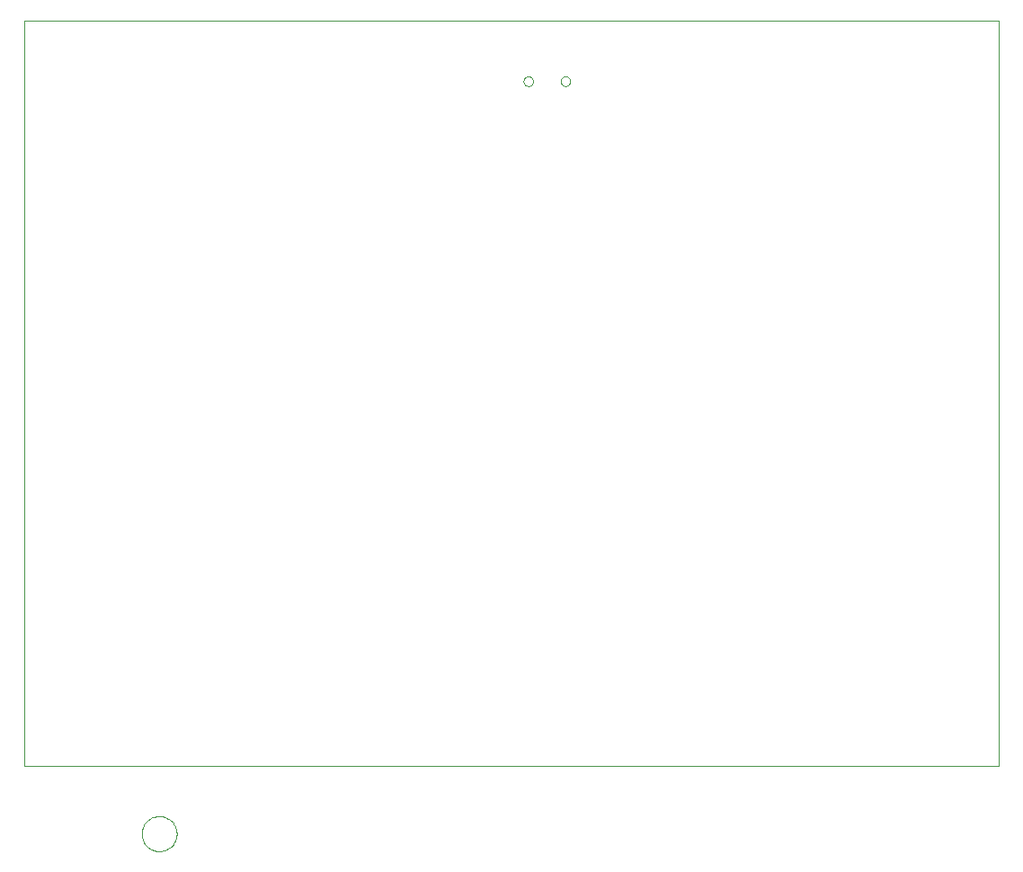
<source format=gbo>
G75*
G70*
%OFA0B0*%
%FSLAX24Y24*%
%IPPOS*%
%LPD*%
%AMOC8*
5,1,8,0,0,1.08239X$1,22.5*
%
%ADD10C,0.0000*%
D10*
X000786Y004283D02*
X000786Y031905D01*
X036906Y031905D01*
X036906Y004283D01*
X000786Y004283D01*
X005136Y001758D02*
X005138Y001808D01*
X005144Y001858D01*
X005154Y001908D01*
X005167Y001956D01*
X005184Y002004D01*
X005205Y002050D01*
X005229Y002094D01*
X005257Y002136D01*
X005288Y002176D01*
X005322Y002213D01*
X005359Y002248D01*
X005398Y002279D01*
X005439Y002308D01*
X005483Y002333D01*
X005529Y002355D01*
X005576Y002373D01*
X005624Y002387D01*
X005673Y002398D01*
X005723Y002405D01*
X005773Y002408D01*
X005824Y002407D01*
X005874Y002402D01*
X005924Y002393D01*
X005972Y002381D01*
X006020Y002364D01*
X006066Y002344D01*
X006111Y002321D01*
X006154Y002294D01*
X006194Y002264D01*
X006232Y002231D01*
X006267Y002195D01*
X006300Y002156D01*
X006329Y002115D01*
X006355Y002072D01*
X006378Y002027D01*
X006397Y001980D01*
X006412Y001932D01*
X006424Y001883D01*
X006432Y001833D01*
X006436Y001783D01*
X006436Y001733D01*
X006432Y001683D01*
X006424Y001633D01*
X006412Y001584D01*
X006397Y001536D01*
X006378Y001489D01*
X006355Y001444D01*
X006329Y001401D01*
X006300Y001360D01*
X006267Y001321D01*
X006232Y001285D01*
X006194Y001252D01*
X006154Y001222D01*
X006111Y001195D01*
X006066Y001172D01*
X006020Y001152D01*
X005972Y001135D01*
X005924Y001123D01*
X005874Y001114D01*
X005824Y001109D01*
X005773Y001108D01*
X005723Y001111D01*
X005673Y001118D01*
X005624Y001129D01*
X005576Y001143D01*
X005529Y001161D01*
X005483Y001183D01*
X005439Y001208D01*
X005398Y001237D01*
X005359Y001268D01*
X005322Y001303D01*
X005288Y001340D01*
X005257Y001380D01*
X005229Y001422D01*
X005205Y001466D01*
X005184Y001512D01*
X005167Y001560D01*
X005154Y001608D01*
X005144Y001658D01*
X005138Y001708D01*
X005136Y001758D01*
X019295Y029658D02*
X019297Y029684D01*
X019303Y029710D01*
X019313Y029735D01*
X019326Y029758D01*
X019342Y029778D01*
X019362Y029796D01*
X019384Y029811D01*
X019407Y029823D01*
X019433Y029831D01*
X019459Y029835D01*
X019485Y029835D01*
X019511Y029831D01*
X019537Y029823D01*
X019561Y029811D01*
X019582Y029796D01*
X019602Y029778D01*
X019618Y029758D01*
X019631Y029735D01*
X019641Y029710D01*
X019647Y029684D01*
X019649Y029658D01*
X019647Y029632D01*
X019641Y029606D01*
X019631Y029581D01*
X019618Y029558D01*
X019602Y029538D01*
X019582Y029520D01*
X019560Y029505D01*
X019537Y029493D01*
X019511Y029485D01*
X019485Y029481D01*
X019459Y029481D01*
X019433Y029485D01*
X019407Y029493D01*
X019383Y029505D01*
X019362Y029520D01*
X019342Y029538D01*
X019326Y029558D01*
X019313Y029581D01*
X019303Y029606D01*
X019297Y029632D01*
X019295Y029658D01*
X020673Y029658D02*
X020675Y029684D01*
X020681Y029710D01*
X020691Y029735D01*
X020704Y029758D01*
X020720Y029778D01*
X020740Y029796D01*
X020762Y029811D01*
X020785Y029823D01*
X020811Y029831D01*
X020837Y029835D01*
X020863Y029835D01*
X020889Y029831D01*
X020915Y029823D01*
X020939Y029811D01*
X020960Y029796D01*
X020980Y029778D01*
X020996Y029758D01*
X021009Y029735D01*
X021019Y029710D01*
X021025Y029684D01*
X021027Y029658D01*
X021025Y029632D01*
X021019Y029606D01*
X021009Y029581D01*
X020996Y029558D01*
X020980Y029538D01*
X020960Y029520D01*
X020938Y029505D01*
X020915Y029493D01*
X020889Y029485D01*
X020863Y029481D01*
X020837Y029481D01*
X020811Y029485D01*
X020785Y029493D01*
X020761Y029505D01*
X020740Y029520D01*
X020720Y029538D01*
X020704Y029558D01*
X020691Y029581D01*
X020681Y029606D01*
X020675Y029632D01*
X020673Y029658D01*
M02*

</source>
